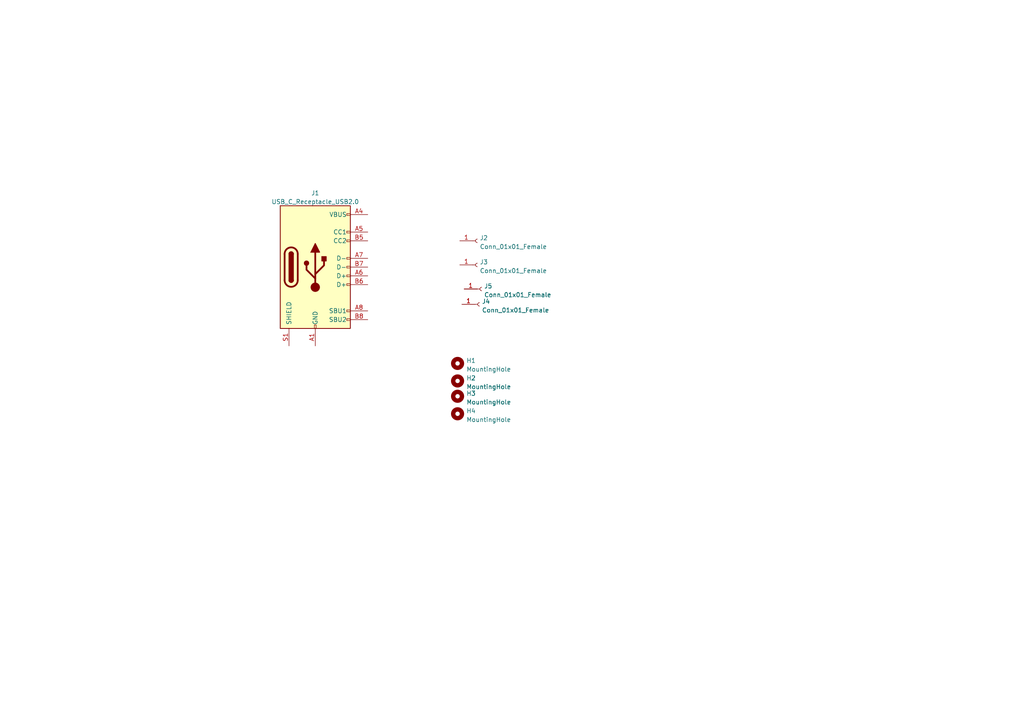
<source format=kicad_sch>
(kicad_sch (version 20211123) (generator eeschema)
  (paper "A4")
  (lib_symbols
    (symbol "Connector:Conn_01x01_Female" (pin_names (offset 1.016) hide)
      (property "Reference" "J" (at 0 2.54 0))
      (property "Value" "Conn_01x01_Female" (at 0 -2.54 0))
      (symbol "Conn_01x01_Female_1_1"
        (polyline (pts (xy -1.27 0) (xy -0.508 0)) (stroke (width 0.1524)))
        (arc (start 0 0.508) (mid -0.508 0) (end 0 -0.508) (stroke (width 0.1524)))
        (pin passive line (at -5.08 0 0) (length 3.81) (name "Pin_1") (number "1"))
      )
    )
    (symbol "Connector:USB_C_Receptacle_USB2.0" (pin_names (offset 1.016))
      (property "Reference" "J" (at -10.16 19.05 0))
      (property "Value" "USB_C_Receptacle_USB2.0" (at 19.05 19.05 0))
      (symbol "USB_C_Receptacle_USB2.0_0_0"
        (rectangle (start -0.254 -17.78) (end 0.254 -16.764))
        (rectangle (start 10.16 -14.986) (end 9.144 -15.494))
        (rectangle (start 10.16 -12.446) (end 9.144 -12.954))
        (rectangle (start 10.16 -4.826) (end 9.144 -5.334))
        (rectangle (start 10.16 -2.286) (end 9.144 -2.794))
        (rectangle (start 10.16 0.254) (end 9.144 -0.254))
        (rectangle (start 10.16 2.794) (end 9.144 2.286))
        (rectangle (start 10.16 7.874) (end 9.144 7.366))
        (rectangle (start 10.16 10.414) (end 9.144 9.906))
        (rectangle (start 10.16 15.494) (end 9.144 14.986))
      )
      (symbol "USB_C_Receptacle_USB2.0_0_1"
        (rectangle (start -10.16 17.78) (end 10.16 -17.78) (stroke (width 0.254)) (fill (type background)))
        (arc (start -8.89 -3.81) (mid -6.985 -5.715) (end -5.08 -3.81) (stroke (width 0.508)))
        (arc (start -7.62 -3.81) (mid -6.985 -4.445) (end -6.35 -3.81) (stroke (width 0.254)))
        (arc (start -7.62 -3.81) (mid -6.985 -4.445) (end -6.35 -3.81) (stroke (width 0.254)) (fill (type outline)))
        (rectangle (start -7.62 -3.81) (end -6.35 3.81) (stroke (width 0.254)) (fill (type outline)))
        (arc (start -6.35 3.81) (mid -6.985 4.445) (end -7.62 3.81) (stroke (width 0.254)))
        (arc (start -6.35 3.81) (mid -6.985 4.445) (end -7.62 3.81) (stroke (width 0.254)) (fill (type outline)))
        (arc (start -5.08 3.81) (mid -6.985 5.715) (end -8.89 3.81) (stroke (width 0.508)))
        (circle (center -2.54 1.143) (radius 0.635) (stroke (width 0.254)) (fill (type outline)))
        (circle (center 0 -5.842) (radius 1.27) (fill (type outline)))
        (polyline (pts (xy -8.89 -3.81) (xy -8.89 3.81)) (stroke (width 0.508)))
        (polyline (pts (xy -5.08 3.81) (xy -5.08 -3.81)) (stroke (width 0.508)))
        (polyline (pts (xy 0 -5.842) (xy 0 4.318)) (stroke (width 0.508)))
        (polyline (pts (xy 0 -3.302) (xy -2.54 -0.762) (xy -2.54 0.508)) (stroke (width 0.508)))
        (polyline (pts (xy 0 -2.032) (xy 2.54 0.508) (xy 2.54 1.778)) (stroke (width 0.508)))
        (polyline (pts (xy -1.27 4.318) (xy 0 6.858) (xy 1.27 4.318) (xy -1.27 4.318)) (stroke (width 0.254)) (fill (type outline)))
        (rectangle (start 1.905 1.778) (end 3.175 3.048) (stroke (width 0.254)) (fill (type outline)))
      )
      (symbol "USB_C_Receptacle_USB2.0_1_1"
        (pin passive line (at 0 -22.86 90) (length 5.08) (name "GND") (number "A1"))
        (pin passive line (at 0 -22.86 90) (length 5.08) hide (name "GND") (number "A12"))
        (pin passive line (at 15.24 15.24 180) (length 5.08) (name "VBUS") (number "A4"))
        (pin bidirectional line (at 15.24 10.16 180) (length 5.08) (name "CC1") (number "A5"))
        (pin bidirectional line (at 15.24 -2.54 180) (length 5.08) (name "D+") (number "A6"))
        (pin bidirectional line (at 15.24 2.54 180) (length 5.08) (name "D-") (number "A7"))
        (pin bidirectional line (at 15.24 -12.7 180) (length 5.08) (name "SBU1") (number "A8"))
        (pin passive line (at 15.24 15.24 180) (length 5.08) hide (name "VBUS") (number "A9"))
        (pin passive line (at 0 -22.86 90) (length 5.08) hide (name "GND") (number "B1"))
        (pin passive line (at 0 -22.86 90) (length 5.08) hide (name "GND") (number "B12"))
        (pin passive line (at 15.24 15.24 180) (length 5.08) hide (name "VBUS") (number "B4"))
        (pin bidirectional line (at 15.24 7.62 180) (length 5.08) (name "CC2") (number "B5"))
        (pin bidirectional line (at 15.24 -5.08 180) (length 5.08) (name "D+") (number "B6"))
        (pin bidirectional line (at 15.24 0 180) (length 5.08) (name "D-") (number "B7"))
        (pin bidirectional line (at 15.24 -15.24 180) (length 5.08) (name "SBU2") (number "B8"))
        (pin passive line (at 15.24 15.24 180) (length 5.08) hide (name "VBUS") (number "B9"))
        (pin passive line (at -7.62 -22.86 90) (length 5.08) (name "SHIELD") (number "S1"))
      )
    )
    (symbol "Mechanical:MountingHole" (pin_names (offset 1.016))
      (property "Reference" "H" (at 0 5.08 0))
      (property "Value" "MountingHole" (at 0 3.175 0))
      (symbol "MountingHole_0_1"
        (circle (center 0 0) (radius 1.27) (stroke (width 1.27)))
      )
    )
  )
  (symbol (lib_id "Mechanical:MountingHole") (at 132.715 105.41 0) (unit 1)
    (property "Reference" "H1" (at 135.255 104.5753 0) (effects (justify left)))
    (property "Value" "MountingHole" (at 135.255 107.1122 0) (effects (justify left)))
  )
  (symbol (lib_id "Mechanical:MountingHole") (at 132.715 114.935 0) (unit 1)
    (property "Reference" "H3" (at 135.255 114.1003 0) (effects (justify left)))
    (property "Value" "MountingHole" (at 135.255 116.6372 0) (effects (justify left)))
  )
  (symbol (lib_id "Connector:Conn_01x01_Female") (at 139.065 88.265 0) (unit 1)
    (property "Reference" "J4" (at 139.7762 87.4303 0) (effects (justify left)))
    (property "Value" "Conn_01x01_Female" (at 139.7762 89.9672 0) (effects (justify left)))
    (property "Footprint" "Connector_PinHeader_2.00mm:PinHeader_1x01_P2.00mm_Vertical" (effects hide))
  )
  (symbol (lib_id "Connector:USB_C_Receptacle_USB2.0") (at 91.44 77.47 0) (unit 1)
    (property "Reference" "J1" (at 91.44 55.9902 0))
    (property "Value" "USB_C_Receptacle_USB2.0" (at 91.44 58.5271 0))
    (property "Footprint" "halfr_kicad_footprints:USB_C_Receptacle_GCT_USB4085" (effects hide))
    (property "Datasheet" "https://www.usb.org/sites/default/files/documents/usb_type-c.zip" (effects hide))
  )
  (symbol (lib_id "Mechanical:MountingHole") (at 132.715 110.49 0) (unit 1)
    (property "Reference" "H2" (at 135.255 109.6553 0) (effects (justify left)))
    (property "Value" "MountingHole" (at 135.255 112.1922 0) (effects (justify left)))
  )
  (symbol (lib_id "Connector:Conn_01x01_Female") (at 139.7 83.82 0) (unit 1)
    (property "Reference" "J5" (at 140.4112 82.9853 0) (effects (justify left)))
    (property "Value" "Conn_01x01_Female" (at 140.4112 85.5222 0) (effects (justify left)))
    (property "Footprint" "Connector_PinHeader_2.00mm:PinHeader_1x01_P2.00mm_Vertical" (effects hide))
  )
  (symbol (lib_id "Mechanical:MountingHole") (at 132.715 120.015 0) (unit 1)
    (property "Reference" "H4" (at 135.255 119.1803 0) (effects (justify left)))
    (property "Value" "MountingHole" (at 135.255 121.7172 0) (effects (justify left)))
  )
  (symbol (lib_id "Connector:Conn_01x01_Female") (at 138.43 76.835 0) (unit 1)
    (property "Reference" "J3" (at 139.1412 76.0003 0) (effects (justify left)))
    (property "Value" "Conn_01x01_Female" (at 139.1412 78.5372 0) (effects (justify left)))
    (property "Footprint" "Connector_PinHeader_2.00mm:PinHeader_1x01_P2.00mm_Vertical" (effects hide))
  )
  (symbol (lib_id "Connector:Conn_01x01_Female") (at 138.43 69.85 0) (unit 1)
    (property "Reference" "J2" (at 139.1412 69.0153 0) (effects (justify left)))
    (property "Value" "Conn_01x01_Female" (at 139.1412 71.5522 0) (effects (justify left)))
    (property "Footprint" "Connector_PinHeader_2.00mm:PinHeader_1x01_P2.00mm_Vertical" (effects hide))
  )
)
</source>
